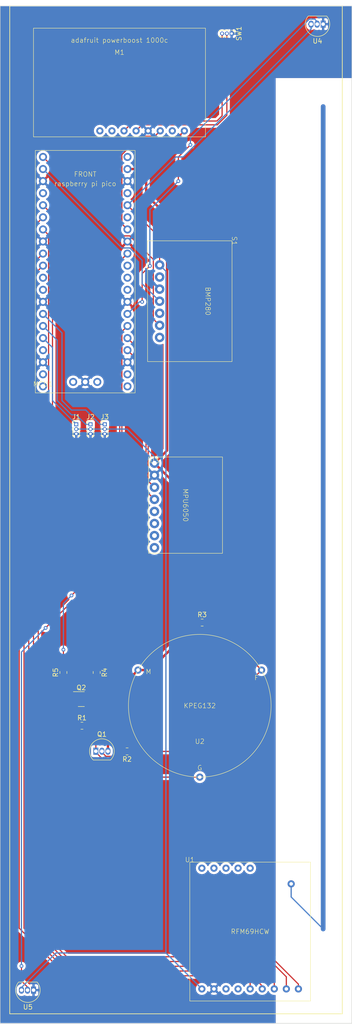
<source format=kicad_pcb>
(kicad_pcb (version 20221018) (generator pcbnew)
  (layers (0 "F.Cu" signal) (31 "B.Cu" signal) (34 "B.Paste" user) (35 "F.Paste" user) (36 "B.SilkS" user "B.Silkscreen") (37 "F.SilkS" user "F.Silkscreen") (38 "B.Mask" user) (39 "F.Mask" user) (44 "Edge.Cuts" user))
  (net 0 "")
  (net 1 "SERVO_1")
  (net 2 "+5V")
  (net 3 "GND")
  (net 4 "SERVO_2")
  (net 5 "SERVO_3")
  (net 8 "VS_PB")
  (net 9 "EN_PB")
  (net 10 "LBO_PB")
  (net 17 "MOSI")
  (net 18 "MISO")
  (net 19 "CS")
  (net 20 "SCK")
  (net 21 "RST")
  (net 23 "I2C0 SCL")
  (net 24 "I2C0 SDA")
  (net 27 "I2C1 SDA")
  (net 28 "I2C1 SCL")
  (net 29 "TMP36_2")
  (net 30 "TMP36_1")
  (net 33 "BUZZER")
  (net 35 "+3V3")
  (net 40 "Net-(Q1-E)")
  (net 41 "Net-(Q1-B)")
  (net 42 "Net-(Q2-G)")
  (net 43 "Net-(U2-F)")
  (net 54 "unconnected-(U1-FM-Pad15)")
  (net 60 "Net-(Q2-S)")
  (footprint "Resistor_SMD:R_0805_2012Metric_Pad1.20x1.40mm_HandSolder" (layer "F.Cu") (at 132.3625 187.825 90)
    (fp_text reference "R5" (at 0 -1.65 90) (layer "F.SilkS"))
    (fp_text value "1K")
    (fp_line (start -0.227064 -0.735) (end 0.227064 -0.735) (stroke (width 0.12)) (layer "F.SilkS"))
    (fp_line (start -0.227064 0.735) (end 0.227064 0.735) (stroke (width 0.12)) (layer "F.SilkS"))
    (pad "1" smd roundrect (at -1 0 90) (size 1.2 1.4) (layers "F.Cu" "F.Paste" "F.Mask") (roundrect_rratio 0.208333) (net 42 "Net-(Q2-G)"))
    (pad "2" smd roundrect (at 1 0 90) (size 1.2 1.4) (layers "F.Cu" "F.Paste" "F.Mask") (roundrect_rratio 0.208333) (net 33 "BUZZER"))
  )
  (footprint "Package_TO_SOT_THT:TO-92L_Inline" (layer "F.Cu") (at 126.0725 254.645 180)
    (fp_text reference "U5" (at 1.19 -3.56) (layer "F.SilkS"))
    (fp_text value "~")
    (fp_line (start -0.75 1.7) (end 3.1 1.7) (stroke (width 0.12)) (layer "F.SilkS"))
    (fp_arc (start -0.75 1.7) (mid 1.183448 -2.579449) (end 3.138611 1.690122) (stroke (width 0.12)) (layer "F.SilkS"))
    (pad "1" thru_hole rect (at 0 0 180) (size 1.05 1.5) (drill 0.75) (layers "*.Cu" "*.Mask") (net 3 "GND"))
    (pad "2" thru_hole oval (at 1.27 0 180) (size 1.05 1.5) (drill 0.75) (layers "*.Cu" "*.Mask") (net 29 "TMP36_2"))
    (pad "3" thru_hole oval (at 2.54 0 180) (size 1.05 1.5) (drill 0.75) (layers "*.Cu" "*.Mask") (net 35 "+3V3"))
  )
  (footprint "Resistor_SMD:R_0805_2012Metric_Pad1.20x1.40mm_HandSolder" (layer "F.Cu") (at 145.7625 204.425 180)
    (fp_text reference "R2" (at 0 -1.65) (layer "F.SilkS"))
    (fp_text value "22K")
    (fp_line (start -0.227064 -0.735) (end 0.227064 -0.735) (stroke (width 0.12)) (layer "F.SilkS"))
    (fp_line (start -0.227064 0.735) (end 0.227064 0.735) (stroke (width 0.12)) (layer "F.SilkS"))
    (pad "1" smd roundrect (at -1 0 180) (size 1.2 1.4) (layers "F.Cu" "F.Paste" "F.Mask") (roundrect_rratio 0.208333) (net 43 "Net-(U2-F)"))
    (pad "2" smd roundrect (at 1 0 180) (size 1.2 1.4) (layers "F.Cu" "F.Paste" "F.Mask") (roundrect_rratio 0.208333) (net 41 "Net-(Q1-B)"))
  )
  (footprint "Connector_PinHeader_1.00mm:PinHeader_1x03_P1.00mm_Vertical" (layer "F.Cu") (at 167.7625 53.425 -90)
    (fp_text reference "SW1" (at 0 -1.56 90) (layer "F.SilkS"))
    (fp_text value "SW_DPDT_x2" hide)
    (fp_line (start -0.695 -0.685) (end 0 -0.685) (stroke (width 0.12)) (layer "F.SilkS"))
    (fp_line (start -0.695 0) (end -0.695 -0.685) (stroke (width 0.12)) (layer "F.SilkS"))
    (fp_line (start -0.695 0.685) (end -0.695 2.56) (stroke (width 0.12)) (layer "F.SilkS"))
    (fp_line (start -0.695 0.685) (end -0.608276 0.685) (stroke (width 0.12)) (layer "F.SilkS"))
    (fp_line (start -0.695 2.56) (end -0.394493 2.56) (stroke (width 0.12)) (layer "F.SilkS"))
    (fp_line (start 0.394493 2.56) (end 0.695 2.56) (stroke (width 0.12)) (layer "F.SilkS"))
    (fp_line (start 0.608276 0.685) (end 0.695 0.685) (stroke (width 0.12)) (layer "F.SilkS"))
    (fp_line (start 0.695 0.685) (end 0.695 2.56) (stroke (width 0.12)) (layer "F.SilkS"))
    (pad "1" thru_hole rect (at 0 0 270) (size 0.85 0.85) (drill 0.5) (layers "*.Cu" "*.Mask") (net 3 "GND"))
    (pad "2" thru_hole oval (at 0 1 270) (size 0.85 0.85) (drill 0.5) (layers "*.Cu" "*.Mask") (net 9 "EN_PB"))
    (pad "3" thru_hole oval (at 0 2 270) (size 0.85 0.85) (drill 0.5) (layers "*.Cu" "*.Mask") (net 8 "VS_PB"))
  )
  (footprint "Resistor_SMD:R_0805_2012Metric_Pad1.20x1.40mm_HandSolder" (layer "F.Cu") (at 161.5625 177.325)
    (fp_text reference "R3" (at 0 -1.65) (layer "F.SilkS"))
    (fp_text value "100K")
    (fp_line (start -0.227064 -0.735) (end 0.227064 -0.735) (stroke (width 0.12)) (layer "F.SilkS"))
    (fp_line (start -0.227064 0.735) (end 0.227064 0.735) (stroke (width 0.12)) (layer "F.SilkS"))
    (pad "1" smd roundrect (at -1 0) (size 1.2 1.4) (layers "F.Cu" "F.Paste" "F.Mask") (roundrect_rratio 0.208333) (net 2 "+5V"))
    (pad "2" smd roundrect (at 1 0) (size 1.2 1.4) (layers "F.Cu" "F.Paste" "F.Mask") (roundrect_rratio 0.208333) (net 43 "Net-(U2-F)"))
  )
  (footprint "CanSat:MPU6050" (layer "F.Cu") (at 151.523365 143.79315)
    (fp_text reference "U3" (at 0 -0.5 unlocked) (layer "F.SilkS") (effects (font (thickness 0.1))))
    (fp_text value "MPU6050")
    (fp_text user "MPU6050" (at 6.539135 8.83185 -90 unlocked) (layer "F.SilkS") (effects (font (thickness 0.1))))
    (fp_rect (start -1.240925 -1.299075) (end 14.319195 18.962775) (stroke (width 0.1)) (fill none) (layer "F.SilkS"))
    (pad "1" thru_hole circle (at 0 0) (size 2 2) (drill 1) (layers "*.Cu" "*.Mask") (net 2 "+5V"))
    (pad "2" thru_hole circle (at 0 2.54) (size 2 2) (drill 1) (layers "*.Cu" "*.Mask") (net 3 "GND"))
    (pad "3" thru_hole circle (at 0 5.08) (size 2 2) (drill 1) (layers "*.Cu" "*.Mask") (net 28 "I2C1 SCL"))
    (pad "4" thru_hole circle (at 0 7.62) (size 2 2) (drill 1) (layers "*.Cu" "*.Mask") (net 27 "I2C1 SDA"))
    (pad "5" thru_hole circle (at 0 10.16) (size 2 2) (drill 1) (layers "*.Cu" "*.Mask"))
    (pad "6" thru_hole circle (at 0 12.7) (size 2 2) (drill 1) (layers "*.Cu" "*.Mask"))
    (pad "7" thru_hole circle (at 0 15.24) (size 2 2) (drill 1) (layers "*.Cu" "*.Mask"))
    (pad "8" thru_hole circle (at 0 17.78) (size 2 2) (drill 1) (layers "*.Cu" "*.Mask"))
  )
  (footprint "CanSat:PowerBoost" (layer "F.Cu") (at 126.0625 52.295)
    (fp_text reference "M1" (at 18.1 5.08 unlocked) (layer "F.SilkS") (effects (font (thickness 0.1))))
    (fp_text value "~")
    (fp_text user "adafruit powerboost 1000c" (at 18.1 2.54 unlocked) (layer "F.SilkS") (effects (font (thickness 0.1))))
    (fp_rect (start 0 0) (end 36.2 22.86) (stroke (width 0.1)) (fill none) (layer "F.SilkS"))
    (pad "1" thru_hole circle (at 13.973 21.593) (size 1.524 1.524) (drill 0.762) (layers "*.Cu" "*.Mask"))
    (pad "2" thru_hole circle (at 16.513 21.593) (size 1.524 1.524) (drill 0.762) (layers "*.Cu" "*.Mask"))
    (pad "3" thru_hole circle (at 19.053 21.593) (size 1.524 1.524) (drill 0.762) (layers "*.Cu" "*.Mask") (net 8 "VS_PB"))
    (pad "4" thru_hole circle (at 21.593 21.593) (size 1.524 1.524) (drill 0.762) (layers "*.Cu" "*.Mask") (net 9 "EN_PB"))
    (pad "5" thru_hole circle (at 24.133 21.593) (size 1.524 1.524) (drill 0.762) (layers "*.Cu" "*.Mask") (net 3 "GND"))
    (pad "6" thru_hole circle (at 26.673 21.593) (size 1.524 1.524) (drill 0.762) (layers "*.Cu" "*.Mask") (net 10 "LBO_PB"))
    (pad "7" thru_hole circle (at 29.213 21.593) (size 1.524 1.524) (drill 0.762) (layers "*.Cu" "*.Mask"))
    (pad "8" thru_hole circle (at 31.753 21.593) (size 1.524 1.524) (drill 0.762) (layers "*.Cu" "*.Mask") (net 2 "+5V"))
  )
  (footprint "CanSat:KPEG132" (layer "F.Cu") (at 161.0625 194.825)
    (fp_text reference "U2" (at 0 7.505533 unlocked) (layer "F.SilkS") (effects (font (thickness 0.1))))
    (fp_text value "~")
    (fp_text user "F" (at 11.43 -5.308904 unlocked) (layer "F.SilkS") (effects (font (thickness 0.1)) (justify left bottom)))
    (fp_text user "KPEG132" (at 0 0 unlocked) (layer "F.SilkS") (effects (font (thickness 0.1))))
    (fp_text user "G" (at 0 12.471096 unlocked) (layer "F.SilkS") (effects (font (thickness 0.1)) (justify top)))
    (fp_text user "M" (at -11.43 -6.578904 unlocked) (layer "F.SilkS") (effects (font (thickness 0.1)) (justify left bottom)))
    (fp_circle (center 0 0) (end 13 -7.505533) (stroke (width 0.1)) (fill none) (layer "F.SilkS"))
    (pad "1" thru_hole circle (at 13 -7.505533 180) (size 1.524 1.524) (drill 0.762) (layers "*.Cu" "*.Mask") (net 43 "Net-(U2-F)"))
    (pad "2" thru_hole circle (at -13 -7.505533 180) (size 1.524 1.524) (drill 0.762) (layers "*.Cu" "*.Mask") (net 2 "+5V"))
    (pad "3" thru_hole circle (at 0 15.011067 180) (size 1.524 1.524) (drill 0.762) (layers "*.Cu" "*.Mask") (net 40 "Net-(Q1-E)"))
  )
  (footprint "CanSat:raspberry pi pico" (layer "F.Cu") (at 128.0625 127.645)
    (fp_text reference "MCU1" (at 0 -0.5 unlocked) (layer "F.SilkS") (effects (font (thickness 0.1))))
    (fp_text value "~")
    (fp_text user "FRONT" (at 8.89 -44.63 unlocked) (layer "F.SilkS") (effects (font (thickness 0.1))))
    (fp_text user "raspberry pi pico" (at 8.89 -42.63 unlocked) (layer "F.SilkS") (effects (font (thickness 0.1))))
    (fp_line (start -1.61 -49.63) (end 19.39 -49.63) (stroke (width 0.1)) (layer "F.SilkS"))
    (fp_line (start -1.61 1.37) (end -1.61 -49.63) (stroke (width 0.1)) (layer "F.SilkS"))
    (fp_line (start 19.39 -49.63) (end 19.39 1.37) (stroke (width 0.1)) (layer "F.SilkS"))
    (fp_line (start 19.39 1.37) (end -1.61 1.37) (stroke (width 0.1)) (layer "F.SilkS"))
    (pad "1" thru_hole circle (at 0 0) (size 1.7 1.7) (drill 1) (layers "*.Cu" "*.Mask"))
    (pad "2" thru_hole circle (at 0 -2.54) (size 1.7 1.7) (drill 1) (layers "*.Cu" "*.Mask"))
    (pad "3" thru_hole circle (at 0 -5.08) (size 1.7 1.7) (drill 1) (layers "*.Cu" "*.Mask") (net 3 "GND"))
    (pad "4" thru_hole circle (at 0 -7.62) (size 1.7 1.7) (drill 1) (layers "*.Cu" "*.Mask"))
    (pad "5" thru_hole circle (at 0 -10.16) (size 1.7 1.7) (drill 1) (layers "*.Cu" "*.Mask") (net 1 "SERVO_1"))
    (pad "6" thru_hole circle (at 0 -12.7) (size 1.7 1.7) (drill 1) (layers "*.Cu" "*.Mask") (net 4 "SERVO_2"))
    (pad "7" thru_hole circle (at 0 -15.24) (size 1.7 1.7) (drill 1) (layers "*.Cu" "*.Mask") (net 5 "SERVO_3"))
    (pad "8" thru_hole circle (at 0 -17.78) (size 1.7 1.7) (drill 1) (layers "*.Cu" "*.Mask") (net 3 "GND"))
    (pad "9" thru_hole circle (at 0 -20.32) (size 1.7 1.7) (drill 1) (layers "*.Cu" "*.Mask"))
    (pad "10" thru_hole circle (at 0 -22.86) (size 1.7 1.7) (drill 1) (layers "*.Cu" "*.Mask"))
    (pad "11" thru_hole circle (at 0 -25.4) (size 1.7 1.7) (drill 1) (layers "*.Cu" "*.Mask") (net 17 "MOSI"))
    (pad "12" thru_hole circle (at 0 -27.94) (size 1.7 1.7) (drill 1) (layers "*.Cu" "*.Mask") (net 18 "MISO"))
    (pad "13" thru_hole circle (at 0 -30.48) (size 1.7 1.7) (drill 1) (layers "*.Cu" "*.Mask") (net 3 "GND"))
    (pad "14" thru_hole circle (at 0 -33.02) (size 1.7 1.7) (drill 1) (layers "*.Cu" "*.Mask") (net 19 "CS"))
    (pad "15" thru_hole circle (at 0 -35.56) (size 1.7 1.7) (drill 1) (layers "*.Cu" "*.Mask") (net 20 "SCK"))
    (pad "16" thru_hole circle (at 0 -38.1) (size 1.7 1.7) (drill 1) (layers "*.Cu" "*.Mask") (net 21 "RST"))
    (pad "17" thru_hole circle (at 0 -40.64) (size 1.7 1.7) (drill 1) (layers "*.Cu" "*.Mask"))
    (pad "18" thru_hole circle (at 0 -43.18) (size 1.7 1.7) (drill 1) (layers "*.Cu" "*.Mask") (net 3 "GND"))
    (pad "19" thru_hole circle (at 0 -45.72) (size 1.7 1.7) (drill 1) (layers "*.Cu" "*.Mask") (net 23 "I2C0 SCL"))
    (pad "20" thru_hole circle (at 0 -48.26) (size 1.7 1.7) (drill 1) (layers "*.Cu" "*.Mask") (net 24 "I2C0 SDA"))
    (pad "21" thru_hole circle (at 17.78 0) (size 1.7 1.7) (drill 1) (layers "*.Cu" "*.Mask"))
    (pad "22" thru_hole circle (at 17.78 -2.54) (size 1.7 1.7) (drill 1) (layers "*.Cu" "*.Mask"))
    (pad "23" thru_hole circle (at 17.78 -5.08) (size 1.7 1.7) (drill 1) (layers "*.Cu" "*.Mask") (net 3 "GND"))
    (pad "24" thru_hole circle (at 17.78 -7.62) (size 1.7 1.7) (drill 1) (layers "*.Cu" "*.Mask") (net 27 "I2C1 SDA"))
    (pad "25" thru_hole circle (at 17.78 -10.16) (size 1.7 1.7) (drill 1) (layers "*.Cu" "*.Mask") (net 28 "I2C1 SCL"))
    (pad "26" thru_hole circle (at 17.78 -12.7) (size 1.7 1.7) (drill 1) (layers "*.Cu" "*.Mask") (net 29 "TMP36_2"))
    (pad "27" thru_hole circle (at 17.78 -15.24) (size 1.7 1.7) (drill 1) (layers "*.Cu" "*.Mask") (net 30 "TMP36_1"))
    (pad "28" thru_hole circle (at 17.78 -17.78) (size 1.7 1.7) (drill 1) (layers "*.Cu" "*.Mask") (net 3 "GND"))
    (pad "29" thru_hole circle (at 17.78 -20.32) (size 1.7 1.7) (drill 1) (layers "*.Cu" "*.Mask"))
    (pad "30" thru_hole circle (at 17.78 -22.86) (size 1.7 1.7) (drill 1) (layers "*.Cu" "*.Mask"))
    (pad "31" thru_hole circle (at 17.78 -25.4) (size 1.7 1.7) (drill 1) (layers "*.Cu" "*.Mask"))
    (pad "32" thru_hole circle (at 17.78 -27.94) (size 1.7 1.7) (drill 1) (layers "*.Cu" "*.Mask") (net 33 "BUZZER"))
    (pad "33" thru_hole circle (at 17.78 -30.48) (size 1.7 1.7) (drill 1) (layers "*.Cu" "*.Mask") (net 3 "GND"))
    (pad "34" thru_hole circle (at 17.78 -33.02) (size 1.7 1.7) (drill 1) (layers "*.Cu" "*.Mask") (net 10 "LBO_PB"))
    (pad "35" thru_hole circle (at 17.78 -35.56) (size 1.7 1.7) (drill 1) (layers "*.Cu" "*.Mask"))
    (pad "36" thru_hole circle (at 17.78 -38.1) (size 1.7 1.7) (drill 1) (layers "*.Cu" "*.Mask") (net 35 "+3V3"))
    (pad "37" thru_hole circle (at 17.78 -40.64) (size 1.7 1.7) (drill 1) (layers "*.Cu" "*.Mask"))
    (pad "38" thru_hole circle (at 17.78 -43.18) (size 1.7 1.7) (drill 1) (layers "*.Cu" "*.Mask") (net 3 "GND"))
    (pad "39" thru_hole circle (at 17.78 -45.72) (size 1.7 1.7) (drill 1) (layers "*.Cu" "*.Mask") (net 2 "+5V"))
    (pad "40" thru_hole circle (at 17.78 -48.26) (size 1.7 1.7) (drill 1) (layers "*.Cu" "*.Mask"))
    (pad "41" thru_hole circle (at 6.35 -0.94) (size 1.7 1.7) (drill 1) (layers "*.Cu" "*.Mask"))
    (pad "42" thru_hole circle (at 8.89 -0.94) (size 1.7 1.7) (drill 1) (layers "*.Cu" "*.Mask") (net 3 "GND"))
    (pad "43" thru_hole circle (at 11.43 -0.94) (size 1.7 1.7) (drill 1) (layers "*.Cu" "*.Mask"))
  )
  (footprint "Resistor_SMD:R_0805_2012Metric_Pad1.20x1.40mm_HandSolder" (layer "F.Cu") (at 139.3625 187.825 -90)
    (fp_text reference "R4" (at 0 -1.65 90) (layer "F.SilkS"))
    (fp_text value "100K")
    (fp_line (start -0.227064 -0.735) (end 0.227064 -0.735) (stroke (width 0.12)) (layer "F.SilkS"))
    (fp_line (start -0.227064 0.735) (end 0.227064 0.735) (stroke (width 0.12)) (layer "F.SilkS"))
    (pad "1" smd roundrect (at -1 0 270) (size 1.2 1.4) (layers "F.Cu" "F.Paste" "F.Mask") (roundrect_rratio 0.208333) (net 3 "GND"))
    (pad "2" smd roundrect (at 1 0 270) (size 1.2 1.4) (layers "F.Cu" "F.Paste" "F.Mask") (roundrect_rratio 0.208333) (net 42 "Net-(Q2-G)"))
  )
  (footprint "Connector_PinHeader_1.00mm:PinHeader_1x03_P1.00mm_Vertical" (layer "F.Cu") (at 135.0625 135.625)
    (fp_text reference "J1" (at 0 -1.56) (layer "F.SilkS"))
    (fp_text value "Conn_01x03_Pin" hide)
    (fp_line (start -0.695 -0.685) (end 0 -0.685) (stroke (width 0.12)) (layer "F.SilkS"))
    (fp_line (start -0.695 0) (end -0.695 -0.685) (stroke (width 0.12)) (layer "F.SilkS"))
    (fp_line (start -0.695 0.685) (end -0.695 2.56) (stroke (width 0.12)) (layer "F.SilkS"))
    (fp_line (start -0.695 0.685) (end -0.608276 0.685) (stroke (width 0.12)) (layer "F.SilkS"))
    (fp_line (start -0.695 2.56) (end -0.394493 2.56) (stroke (width 0.12)) (layer "F.SilkS"))
    (fp_line (start 0.394493 2.56) (end 0.695 2.56) (stroke (width 0.12)) (layer "F.SilkS"))
    (fp_line (start 0.608276 0.685) (end 0.695 0.685) (stroke (width 0.12)) (layer "F.SilkS"))
    (fp_line (start 0.695 0.685) (end 0.695 2.56) (stroke (width 0.12)) (layer "F.SilkS"))
    (pad "1" thru_hole rect (at 0 0) (size 0.85 0.85) (drill 0.5) (layers "*.Cu" "*.Mask") (net 1 "SERVO_1"))
    (pad "2" thru_hole oval (at 0 1) (size 0.85 0.85) (drill 0.5) (layers "*.Cu" "*.Mask") (net 2 "+5V"))
    (pad "3" thru_hole oval (at 0 2) (size 0.85 0.85) (drill 0.5) (layers "*.Cu" "*.Mask") (net 3 "GND"))
  )
  (footprint "CanSat:BMP280" (layer "F.Cu") (at 167.8525 97.025 -90)
    (fp_text reference "S1" (at 0 -0.5 -90 unlocked) (layer "F.SilkS") (effects (font (thickness 0.1))))
    (fp_text value "~")
    (fp_text user "BMP280" (at 12.7 5.08 -90 unlocked) (layer "F.SilkS") (effects (font (thickness 0.1))))
    (fp_rect (start 0 0) (end 25.4 17.78) (stroke (width 0.1)) (fill none) (layer "F.SilkS"))
    (pad "1" thru_hole circle (at 5.08 15.24 270) (size 2 2) (drill 1) (layers "*.Cu" "*.Mask") (net 35 "+3V3"))
    (pad "2" thru_hole circle (at 7.62 15.24 270) (size 2 2) (drill 1) (layers "*.Cu" "*.Mask"))
    (pad "3" thru_hole circle (at 10.16 15.24 270) (size 2 2) (drill 1) (layers "*.Cu" "*.Mask") (net 3 "GND"))
    (pad "4" thru_hole circle (at 12.7 15.24 270) (size 2 2) (drill 1) (layers "*.Cu" "*.Mask") (net 23 "I2C0 SCL"))
    (pad "5" thru_hole circle (at 15.24 15.24 270) (size 2 2) (drill 1) (layers "*.Cu" "*.Mask"))
    (pad "6" thru_hole circle (at 17.78 15.24 270) (size 2 2) (drill 1) (layers "*.Cu" "*.Mask") (net 24 "I2C0 SDA"))
    (pad "7" thru_hole circle (at 20.32 15.24 270) (size 2 2) (drill 1) (layers "*.Cu" "*.Mask"))
  )
  (footprint "Connector_PinHeader_1.00mm:PinHeader_1x03_P1.00mm_Vertical" (layer "F.Cu") (at 141.0625 135.625)
    (fp_text reference "J3" (at 0 -1.56) (layer "F.SilkS"))
    (fp_text value "Conn_01x03_Pin" hide)
    (fp_line (start -0.695 -0.685) (end 0 -0.685) (stroke (width 0.12)) (layer "F.SilkS"))
    (fp_line (start -0.695 0) (end -0.695 -0.685) (stroke (width 0.12)) (layer "F.SilkS"))
    (fp_line (start -0.695 0.685) (end -0.695 2.56) (stroke (width 0.12)) (layer "F.SilkS"))
    (fp_line (start -0.695 0.685) (end -0.608276 0.685) (stroke (width 0.12)) (layer "F.SilkS"))
    (fp_line (start -0.695 2.56) (end -0.394493 2.56) (stroke (width 0.12)) (layer "F.SilkS"))
    (fp_line (start 0.394493 2.56) (end 0.695 2.56) (stroke (width 0.12)) (layer "F.SilkS"))
    (fp_line (start 0.608276 0.685) (end 0.695 0.685) (stroke (width 0.12)) (layer "F.SilkS"))
    (fp_line (start 0.695 0.685) (end 0.695 2.56) (stroke (width 0.12)) (layer "F.SilkS"))
    (pad "1" thru_hole rect (at 0 0) (size 0.85 0.85) (drill 0.5) (layers "*.Cu" "*.Mask") (net 5 "SERVO_3"))
    (pad "2" thru_hole oval (at 0 1) (size 0.85 0.85) (drill 0.5) (layers "*.Cu" "*.Mask") (net 2 "+5V"))
    (pad "3" thru_hole oval (at 0 2) (size 0.85 0.85) (drill 0.5) (layers "*.Cu" "*.Mask") (net 3 "GND"))
  )
  (footprint "Package_TO_SOT_SMD:SOT-23" (layer "F.Cu") (at 136.125 193.425)
    (fp_text reference "Q2" (at 0 -2.4) (layer "F.SilkS"))
    (fp_text value "AO3400A")
    (fp_line (start 0 -1.56) (end -1.675 -1.56) (stroke (width 0.12)) (layer "F.SilkS"))
    (fp_line (start 0 -1.56) (end 0.65 -1.56) (stroke (width 0.12)) (layer "F.SilkS"))
    (fp_line (start 0 1.56) (end -0.65 1.56) (stroke (width 0.12)) (layer "F.SilkS"))
    (fp_line (start 0 1.56) (end 0.65 1.56) (stroke (width 0.12)) (layer "F.SilkS"))
    (pad "1" smd roundrect (at -0.9375 -0.95) (size 1.475 0.6) (layers "F.Cu" "F.Paste" "F.Mask") (net 42 "Net-(Q2-G)"))
    (pad "2" smd roundrect (at -0.9375 0.95) (size 1.475 0.6) (layers "F.Cu" "F.Paste" "F.Mask") (net 60 "Net-(Q2-S)"))
    (pad "3" smd roundrect (at 0.9375 0) (size 1.475 0.6) (layers "F.Cu" "F.Paste" "F.Mask") (net 3 "GND"))
  )
  (footprint "CanSat:RFM69HCW" (layer "F.Cu") (at 158.9625 227.72)
    (fp_text reference "U1" (at 0 -0.5 unlocked) (layer "F.SilkS") (effects (font (thickness 0.1))))
    (fp_text value "~")
    (fp_text user "RFM69HCW" (at 12.7 14.605 unlocked) (layer "F.SilkS") (effects (font (thickness 0.1))))
    (fp_rect (start 0 0) (end 25.4 29.21) (stroke (width 0.1)) (fill none) (layer "F.SilkS"))
    (pad "1" thru_hole circle (at 2.54 26.67) (size 1.524 1.524) (drill 0.762) (layers "*.Cu" "*.Mask") (net 35 "+3V3"))
    (pad "2" thru_hole circle (at 5.08 26.67) (size 1.524 1.524) (drill 0.762) (layers "*.Cu" "*.Mask") (net 3 "GND"))
    (pad "3" thru_hole circle (at 7.62 26.67) (size 1.524 1.524) (drill 0.762) (layers "*.Cu" "*.Mask"))
    (pad "4" thru_hole circle (at 10.16 26.67) (size 1.524 1.524) (drill 0.762) (layers "*.Cu" "*.Mask"))
    (pad "5" thru_hole circle (at 12.7 26.67) (size 1.524 1.524) (drill 0.762) (layers "*.Cu" "*.Mask") (net 20 "SCK"))
    (pad "6" thru_hole circle (at 15.24 26.67) (size 1.524 1.524) (drill 0.762) (layers "*.Cu" "*.Mask") (net 18 "MISO"))
    (pad "7" thru_hole circle (at 17.78 26.67) (size 1.524 1.524) (drill 0.762) (layers "*.Cu" "*.Mask") (net 17 "MOSI"))
    (pad "8" thru_hole circle (at 20.32 26.67) (size 1.524 1.524) (drill 0.762) (layers "*.Cu" "*.Mask") (net 19 "CS"))
    (pad "9" thru_hole circle (at 22.86 26.67) (size 1.524 1.524) (drill 0.762) (layers "*.Cu" "*.Mask") (net 21 "RST"))
    (pad "10" thru_hole circle (at 2.54 1.27) (size 1.524 1.524) (drill 0.762) (layers "*.Cu" "*.Mask"))
    (pad "11" thru_hole circle (at 5.08 1.27) (size 1.524 1.524) (drill 0.762) (layers "*.Cu" "*.Mask"))
    (pad "12" thru_hole circle (at 7.62 1.27) (size 1.524 1.524) (drill 0.762) (layers "*.Cu" "*.Mask"))
    (pad "13" thru_hole circle (at 10.16 1.27) (size 1.524 1.524) (drill 0.762) (layers "*.Cu" "*.Mask"))
    (pad "14" thru_hole circle (at 12.7 1.27) (size 1.524 1.524) (drill 0.762) (layers "*.Cu" "*.Mask"))
    (pad "15" thru_hole circle (at 21.336 4.572) (size 1.524 1.524) (drill 0.762) (layers "*.Cu" "*.Mask") (net 54 "unconnected-(U1-FM-Pad15)"))
  )
  (footprint "Connector_PinHeader_1.00mm:PinHeader_1x03_P1.00mm_Vertical" (layer "F.Cu") (at 138.0625 135.625)
    (fp_text reference "J2" (at 0 -1.56) (layer "F.SilkS"))
    (fp_text value "Conn_01x03_Pin" hide)
    (fp_line (start -0.695 -0.685) (end 0 -0.685) (stroke (width 0.12)) (layer "F.SilkS"))
    (fp_line (start -0.695 0) (end -0.695 -0.685) (stroke (width 0.12)) (layer "F.SilkS"))
    (fp_line (start -0.695 0.685) (end -0.695 2.56) (stroke (width 0.12)) (layer "F.SilkS"))
    (fp_line (start -0.695 0.685) (end -0.608276 0.685) (stroke (width 0.12)) (layer "F.SilkS"))
    (fp_line (start -0.695 2.56) (end -0.394493 2.56) (stroke (width 0.12)) (layer "F.SilkS"))
    (fp_line (start 0.394493 2.56) (end 0.695 2.56) (stroke (width 0.12)) (layer "F.SilkS"))
    (fp_line (start 0.608276 0.685) (end 0.695 0.685) (stroke (width 0.12)) (layer "F.SilkS"))
    (fp_line (start 0.695 0.685) (end 0.695 2.56) (stroke (width 0.12)) (layer "F.SilkS"))
    (pad "1" thru_hole rect (at 0 0) (size 0.85 0.85) (drill 0.5) (layers "*.Cu" "*.Mask") (net 4 "SERVO_2"))
    (pad "2" thru_hole oval (at 0 1) (size 0.85 0.85) (drill 0.5) (layers "*.Cu" "*.Mask") (net 2 "+5V"))
    (pad "3" thru_hole oval (at 0 2) (size 0.85 0.85) (drill 0.5) (layers "*.Cu" "*.Mask") (net 3 "GND"))
  )
  (footprint "Resistor_SMD:R_0805_2012Metric_Pad1.20x1.40mm_HandSolder" (layer "F.Cu") (at 136.2625 199.025)
    (fp_text reference "R1" (at 0 -1.65) (layer "F.SilkS"))
    (fp_text value "1K")
    (fp_line (start -0.227064 -0.735) (end 0.227064 -0.735) (stroke (width 0.12)) (layer "F.SilkS"))
    (fp_line (start -0.227064 0.735) (end 0.227064 0.735) (stroke (width 0.12)) (layer "F.SilkS"))
    (pad "1" smd roundrect (at -1 0) (size 1.2 1.4) (layers "F.Cu" "F.Paste" "F.Mask") (roundrect_rratio 0.208333) (net 60 "Net-(Q2-S)"))
    (pad "2" smd roundrect (at 1 0) (size 1.2 1.4) (layers "F.Cu" "F.Paste" "F.Mask") (roundrect_rratio 0.208333) (net 40 "Net-(Q1-E)"))
  )
  (footprint "Package_TO_SOT_THT:TO-92_Inline" (layer "F.Cu") (at 139.1925 204.385)
    (fp_text reference "Q1" (at 1.27 -3.56) (layer "F.SilkS"))
    (fp_text value "2N3904")
    (fp_line (start -0.53 1.85) (end 3.07 1.85) (stroke (width 0.12)) (layer "F.SilkS"))
    (fp_arc (start -0.568478 1.838478) (mid -1.132087 -0.994977) (end 1.27 -2.6) (stroke (width 0.12)) (layer "F.SilkS"))
    (fp_arc (start 1.27 -2.6) (mid 3.672087 -0.994977) (end 3.108478 1.838478) (stroke (width 0.12)) (layer "F.SilkS"))
    (pad "1" thru_hole rect (at 0 0) (size 1.05 1.5) (drill 0.75) (layers "*.Cu" "*.Mask") (net 40 "Net-(Q1-E)"))
    (pad "2" thru_hole oval (at 1.27 0) (size 1.05 1.5) (drill 0.75) (layers "*.Cu" "*.Mask") (net 41 "Net-(Q1-B)"))
    (pad "3" thru_hole oval (at 2.54 0) (size 1.05 1.5) (drill 0.75) (layers "*.Cu" "*.Mask") (net 2 "+5V"))
  )
  (footprint "Package_TO_SOT_THT:TO-92L_Inline" (layer "F.Cu") (at 187.0325 51.445 180)
    (fp_text reference "U4" (at 1.19 -3.56) (layer "F.SilkS"))
    (fp_text value "~" hide)
    (fp_line (start -0.75 1.7) (end 3.1 1.7) (stroke (width 0.12)) (layer "F.SilkS"))
    (fp_arc (start -0.75 1.7) (mid 1.183448 -2.579449) (end 3.138611 1.690122) (stroke (width 0.12)) (layer "F.SilkS"))
    (pad "1" thru_hole rect (at 0 0 180) (size 1.05 1.5) (drill 0.75) (layers "*.Cu" "*.Mask") (net 3 "GND"))
    (pad "2" thru_hole oval (at 1.27 0 180) (size 1.05 1.5) (drill 0.75) (layers "*.Cu" "*.Mask") (net 30 "TMP36_1"))
    (pad "3" thru_hole oval (at 2.54 0 180) (size 1.05 1.5) (drill 0.75) (layers "*.Cu" "*.Mask") (net 35 "+3V3"))
  )
  (gr_rect (start 121.0625 47.625) (end 191.0625 259.625) (stroke (width 0.15)) (fill none) (layer "F.SilkS"))
  (gr_rect (start 119.0625 47.625) (end 193.0625 261.625) (stroke (width 0.1)) (fill none) (layer "Edge.Cuts"))
  (segment (start 130.0625 119.485) (end 128.0625 117.485) (width 0.25) (layer "B.Cu") (net 1))
  (segment (start 135.0625 135.625) (end 130.0625 130.625) (width 0.25) (layer "B.Cu") (net 1))
  (segment (start 130.0625 130.625) (end 130.0625 119.485) (width 0.25) (layer "B.Cu") (net 1))
  (segment (start 156.9755 74.728) (end 150.0705 81.633) (width 0.5) (layer "F.Cu") (net 2))
  (segment (start 160.5625 177.325) (end 160.5625 152.832285) (width 0.5) (layer "F.Cu") (net 2))
  (segment (start 141.7325 193.649467) (end 148.0625 187.319467) (width 0.5) (layer "F.Cu") (net 2))
  (segment (start 150.0625 81.641) (end 150.0705 81.633) (width 0.25) (layer "F.Cu") (net 2))
  (segment (start 151.523365 143.79315) (end 154.1885 141.128015) (width 0.5) (layer "F.Cu") (net 2))
  (segment (start 154.1885 141.128015) (end 154.1885 91.751) (width 0.5) (layer "F.Cu") (net 2))
  (segment (start 160.5625 152.832285) (end 151.523365 143.79315) (width 0.5) (layer "F.Cu") (net 2))
  (segment (start 157.8155 73.888) (end 156.9755 74.728) (width 0.25) (layer "F.Cu") (net 2))
  (segment (start 148.0625 187.319467) (end 150.568033 187.319467) (width 0.5) (layer "F.Cu") (net 2))
  (segment (start 149.7785 81.925) (end 145.8425 81.925) (width 0.5) (layer "F.Cu") (net 2))
  (segment (start 149.7785 87.341) (end 154.1885 91.751) (width 0.5) (layer "F.Cu") (net 2))
  (segment (start 150.568033 187.319467) (end 160.5625 177.325) (width 0.5) (layer "F.Cu") (net 2))
  (segment (start 149.7785 81.925) (end 149.7785 87.341) (width 0.5) (layer "F.Cu") (net 2))
  (segment (start 150.0705 81.633) (end 149.7785 81.925) (width 0.25) (layer "F.Cu") (net 2))
  (segment (start 141.7325 204.385) (end 141.7325 193.649467) (width 0.5) (layer "F.Cu") (net 2))
  (segment (start 135.0625 136.625) (end 141.0625 136.625) (width 0.25) (layer "B.Cu") (net 2))
  (segment (start 145.769428 136.625) (end 151.523365 142.378937) (width 0.25) (layer "B.Cu") (net 2))
  (segment (start 141.0625 136.625) (end 145.769428 136.625) (width 0.25) (layer "B.Cu") (net 2))
  (segment (start 151.523365 143.79315) (end 151.523365 142.378937) (width 0.25) (layer "B.Cu") (net 2))
  (segment (start 134.0625 133.625) (end 135.0625 133.625) (width 0.25) (layer "B.Cu") (net 4))
  (segment (start 131.0625 130.625) (end 134.0625 133.625) (width 0.25) (layer "B.Cu") (net 4))
  (segment (start 135.0625 133.625) (end 137.0625 135.625) (width 0.25) (layer "B.Cu") (net 4))
  (segment (start 137.0625 135.625) (end 138.0625 135.625) (width 0.25) (layer "B.Cu") (net 4))
  (segment (start 131.0625 117.945) (end 131.0625 130.625) (width 0.25) (layer "B.Cu") (net 4))
  (segment (start 128.0625 114.945) (end 131.0625 117.945) (width 0.25) (layer "B.Cu") (net 4))
  (segment (start 134.0625 132.625) (end 137.0625 132.625) (width 0.25) (layer "B.Cu") (net 5))
  (segment (start 140.0625 135.625) (end 141.0625 135.625) (width 0.25) (layer "B.Cu") (net 5))
  (segment (start 132.0625 130.625) (end 134.0625 132.625) (width 0.25) (layer "B.Cu") (net 5))
  (segment (start 137.0625 132.625) (end 140.0625 135.625) (width 0.25) (layer "B.Cu") (net 5))
  (segment (start 128.0625 112.405) (end 132.0625 116.405) (width 0.25) (layer "B.Cu") (net 5))
  (segment (start 132.0625 116.405) (end 132.0625 130.625) (width 0.25) (layer "B.Cu") (net 5))
  (segment (start 165.7625 70.725) (end 164.6625 71.825) (width 0.25) (layer "F.Cu") (net 8))
  (segment (start 147.1785 71.825) (end 145.1155 73.888) (width 0.25) (layer "F.Cu") (net 8))
  (segment (start 165.7625 53.425) (end 165.7625 70.725) (width 0.25) (layer "F.Cu") (net 8))
  (segment (start 164.6625 71.825) (end 147.1785 71.825) (width 0.25) (layer "F.Cu") (net 8))
  (segment (start 148.9185 72.625) (end 147.6555 73.888) (width 0.25) (layer "F.Cu") (net 9))
  (segment (start 166.7625 53.425) (end 166.7625 70.625) (width 0.25) (layer "F.Cu") (net 9))
  (segment (start 166.7625 70.625) (end 164.7625 72.625) (width 0.25) (layer "F.Cu") (net 9))
  (segment (start 164.7625 72.625) (end 148.9185 72.625) (width 0.25) (layer "F.Cu") (net 9))
  (segment (start 145.8425 94.625) (end 144.6675 93.45) (width 0.25) (layer "F.Cu") (net 10))
  (segment (start 148.540799 75.025) (end 151.5985 75.025) (width 0.25) (layer "F.Cu") (net 10))
  (segment (start 144.6675 93.45) (end 144.6675 78.898299) (width 0.25) (layer "F.Cu") (net 10))
  (segment (start 144.6675 78.898299) (end 148.540799 75.025) (width 0.25) (layer "F.Cu") (net 10))
  (segment (start 151.5985 75.025) (end 152.7355 73.888) (width 0.25) (layer "F.Cu") (net 10))
  (segment (start 176.0625 249.625) (end 133.0625 249.625) (width 0.25) (layer "F.Cu") (net 17))
  (segment (start 176.7425 254.39) (end 176.7425 250.305) (width 0.25) (layer "F.Cu") (net 17))
  (segment (start 176.7425 250.305) (end 176.0625 249.625) (width 0.25) (layer "F.Cu") (net 17))
  (segment (start 133.0625 249.625) (end 125.0625 241.625) (width 0.25) (layer "F.Cu") (net 17))
  (segment (start 125.0625 105.245) (end 128.0625 102.245) (width 0.25) (layer "F.Cu") (net 17))
  (segment (start 125.0625 241.625) (end 125.0625 105.245) (width 0.25) (layer "F.Cu") (net 17))
  (segment (start 124.0625 103.705) (end 128.0625 99.705) (width 0.25) (layer "F.Cu") (net 18))
  (segment (start 133.0625 250.625) (end 124.0625 241.625) (width 0.25) (layer "F.Cu") (net 18))
  (segment (start 124.0625 241.625) (end 124.0625 103.705) (width 0.25) (layer "F.Cu") (net 18))
  (segment (start 174.2025 254.39) (end 174.2025 253.765) (width 0.25) (layer "F.Cu") (net 18))
  (segment (start 171.0625 250.625) (end 133.0625 250.625) (width 0.25) (layer "F.Cu") (net 18))
  (segment (start 174.2025 253.765) (end 171.0625 250.625) (width 0.25) (layer "F.Cu") (net 18))
  (segment (start 129.2375 147.510661) (end 129.2375 95.8) (width 0.25) (layer "F.Cu") (net 19))
  (segment (start 133.0625 248.625) (end 126.0625 241.625) (width 0.25) (layer "F.Cu") (net 19))
  (segment (start 179.2825 251.845) (end 176.0625 248.625) (width 0.25) (layer "F.Cu") (net 19))
  (segment (start 129.2375 95.8) (end 128.0625 94.625) (width 0.25) (layer "F.Cu") (net 19))
  (segment (start 179.2825 254.39) (end 179.2825 251.845) (width 0.25) (layer "F.Cu") (net 19))
  (segment (start 176.0625 248.625) (end 133.0625 248.625) (width 0.25) (layer "F.Cu") (net 19))
  (segment (start 126.0625 241.625) (end 126.0625 150.685661) (width 0.25) (layer "F.Cu") (net 19))
  (segment (start 126.0625 150.685661) (end 129.2375 147.510661) (width 0.25) (layer "F.Cu") (net 19))
  (segment (start 123.0625 241.625) (end 123.0625 97.085) (width 0.25) (layer "F.Cu") (net 20))
  (segment (start 171.6625 252.225) (end 171.0625 251.625) (width 0.25) (layer "F.Cu") (net 20))
  (segment (start 123.0625 97.085) (end 128.0625 92.085) (width 0.25) (layer "F.Cu") (net 20))
  (segment (start 133.0625 251.625) (end 123.0625 241.625) (width 0.25) (layer "F.Cu") (net 20))
  (segment (start 171.6625 254.39) (end 171.6625 252.225) (width 0.25) (layer "F.Cu") (net 20))
  (segment (start 171.0625 251.625) (end 133.0625 251.625) (width 0.25) (layer "F.Cu") (net 20))
  (segment (start 130.0625 91.545) (end 128.0625 89.545) (width 0.25) (layer "F.Cu") (net 21))
  (segment (start 130.0625 147.625) (end 130.0625 91.545) (width 0.25) (layer "F.Cu") (net 21))
  (segment (start 133.0625 247.625) (end 127.0625 241.625) (width 0.25) (layer "F.Cu") (net 21))
  (segment (start 176.0625 247.625) (end 133.0625 247.625) (width 0.25) (layer "F.Cu") (net 21))
  (segment (start 181.8225 254.39) (end 181.8225 253.385) (width 0.25) (layer "F.Cu") (net 21))
  (segment (start 181.8225 253.385) (end 176.0625 247.625) (width 0.25) (layer "F.Cu") (net 21))
  (segment (start 127.0625 150.625) (end 130.0625 147.625) (width 0.25) (layer "F.Cu") (net 21))
  (segment (start 127.0625 241.625) (end 127.0625 150.625) (width 0.25) (layer "F.Cu") (net 21))
  (segment (start 146.329201 98.53) (end 148.9325 101.133299) (width 0.25) (layer "B.Cu") (net 23))
  (segment (start 144.6675 98.53) (end 146.329201 98.53) (width 0.25) (layer "B.Cu") (net 23))
  (segment (start 128.0625 81.925) (end 144.6675 98.53) (width 0.25) (layer "B.Cu") (net 23))
  (segment (start 148.9325 101.133299) (end 148.9325 106.045) (width 0.25) (layer "B.Cu") (net 23))
  (segment (start 148.9325 106.045) (end 152.6125 109.725) (width 0.25) (layer "B.Cu") (net 23))
  (segment (start 146.329201 95.99) (end 151.2875 100.948299) (width 0.25) (layer "F.Cu") (net 24))
  (segment (start 128.0625 79.385) (end 144.6675 95.99) (width 0.25) (layer "F.Cu") (net 24))
  (segment (start 151.2875 113.48) (end 152.6125 114.805) (width 0.25) (layer "F.Cu") (net 24))
  (segment (start 144.6675 95.99) (end 146.329201 95.99) (width 0.25) (layer "F.Cu") (net 24))
  (segment (start 151.2875 100.948299) (end 151.2875 113.48) (width 0.25) (layer "F.Cu") (net 24))
  (segment (start 149.748365 123.930865) (end 149.748365 149.63815) (width 0.25) (layer "F.Cu") (net 27))
  (segment (start 145.8425 120.025) (end 149.748365 123.930865) (width 0.25) (layer "F.Cu") (net 27))
  (segment (start 149.748365 149.63815) (end 151.523365 151.41315) (width 0.25) (layer "F.Cu") (net 27))
  (segment (start 150.198365 121.840865) (end 150.198365 147.54815) (width 0.25) (layer "F.Cu") (net 28))
  (segment (start 150.198365 147.54815) (end 151.523365 148.87315) (width 0.25) (layer "F.Cu") (net 28))
  (segment (start 145.8425 117.485) (end 150.198365 121.840865) (width 0.25) (layer "F.Cu") (net 28))
  (segment (start 128.6125 178.445) (end 144.6675 162.39) (width 0.25) (layer "F.Cu") (net 29))
  (segment (start 123.5325 252.72) (end 123.5325 249.565) (width 0.25) (layer "F.Cu") (net 29))
  (segment (start 144.6675 162.39) (end 144.6675 116.12) (width 0.25) (layer "F.Cu") (net 29))
  (segment (start 124.8025 253.99) (end 123.5325 252.72) (width 0.25) (layer "F.Cu") (net 29))
  (segment (start 144.6675 116.12) (end 145.8425 114.945) (width 0.25) (layer "F.Cu") (net 29))
  (segment (start 124.8025 254.645) (end 124.8025 253.99) (width 0.25) (layer "F.Cu") (net 29))
  (via (at 123.5325 249.565) (size 0.8) (drill 0.4) (layers "F.Cu" "B.Cu") (net 29))
  (via (at 128.6125 178.445) (size 0.8) (drill 0.4) (layers "F.Cu" "B.Cu") (net 29))
  (segment (start 123.5325 183.525) (end 128.6125 178.445) (width 0.25) (layer "B.Cu") (net 29))
  (segment (start 123.5325 249.565) (end 123.5325 183.525) (width 0.25) (layer "B.Cu") (net 29))
  (segment (start 156.5525 79.385) (end 159.0925 76.845) (width 0.25) (layer "F.Cu") (net 30))
  (segment (start 148.9325 103.930465) (end 150.563 102.299965) (width 0.25) (layer "F.Cu") (net 30))
  (segment (start 148.9325 109.865) (end 148.9325 103.930465) (width 0.25) (layer "F.Cu") (net 30))
  (segment (start 156.5525 84.465) (end 156.5525 79.385) (width 0.25) (layer "F.Cu") (net 30))
  (via (at 156.5525 84.465) (size 0.8) (drill 0.4) (layers "F.Cu" "B.Cu") (net 30))
  (via (at 159.0925 76.845) (size 0.8) (drill 0.4) (layers "F.Cu" "B.Cu") (net 30))
  (via (at 150.563 102.299965) (size 0.8) (drill 0.4) (layers "F.Cu" "B.Cu") (net 30))
  (via (at 148.9325 109.865) (size 0.8) (drill 0.4) (layers "F.Cu" "B.Cu") (net 30))
  (segment (start 148.3825 109.865) (end 148.9325 109.865) (width 0.25) (layer "B.Cu") (net 30))
  (segment (start 185.2375 50.37) (end 185.7625 50.895) (width 0.25) (layer "B.Cu") (net 30))
  (segment (start 159.0925 75.417918) (end 184.140418 50.37) (width 0.25) (layer "B.Cu") (net 30))
  (segment (start 145.8425 112.405) (end 148.3825 109.865) (width 0.25) (layer "B.Cu") (net 30))
  (segment (start 184.140418 50.37) (end 185.2375 50.37) (width 0.25) (layer "B.Cu") (net 30))
  (segment (start 159.0925 76.845) (end 159.0925 75.417918) (width 0.25) (layer "B.Cu") (net 30))
  (segment (start 150.563 90.4545) (end 156.5525 84.465) (width 0.25) (layer "B.Cu") (net 30))
  (segment (start 185.7625 50.895) (end 185.7625 51.445) (width 0.25) (layer "B.Cu") (net 30))
  (segment (start 150.563 102.299965) (end 150.563 90.4545) (width 0.25) (layer "B.Cu") (net 30))
  (segment (start 144.2175 161.47) (end 144.2175 101.33) (width 0.25) (layer "F.Cu") (net 33))
  (segment (start 144.2175 101.33) (end 145.8425 99.705) (width 0.25) (layer "F.Cu") (net 33))
  (segment (start 134.0625 171.625) (end 144.2175 161.47) (width 0.25) (layer "F.Cu") (net 33))
  (segment (start 132.3625 186.825) (end 132.3625 183.025) (width 0.25) (layer "F.Cu") (net 33))
  (via (at 134.0625 171.625) (size 0.8) (drill 0.4) (layers "F.Cu" "B.Cu") (net 33))
  (via (at 132.3625 183.025) (size 0.8) (drill 0.4) (layers "F.Cu" "B.Cu") (net 33))
  (segment (start 132.3625 173.325) (end 134.0625 171.625) (width 0.25) (layer "B.Cu") (net 33))
  (segment (start 132.3625 183.025) (end 132.3625 173.325) (width 0.25) (layer "B.Cu") (net 33))
  (segment (start 152.6125 96.315) (end 145.8425 89.545) (width 0.25) (layer "F.Cu") (net 35))
  (segment (start 152.6125 102.105) (end 152.6125 96.315) (width 0.25) (layer "F.Cu") (net 35))
  (segment (start 184.4925 52.470305) (end 157.577805 79.385) (width 0.25) (layer "B.Cu") (net 35))
  (segment (start 152.6125 102.105) (end 153.9375 103.43) (width 0.25) (layer "B.Cu") (net 35))
  (segment (start 123.5325 254.095) (end 130.8025 246.825) (width 0.25) (layer "B.Cu") (net 35))
  (segment (start 157.577805 79.385) (end 156.0025 79.385) (width 0.25) (layer "B.Cu") (net 35))
  (segment (start 184.4925 51.445) (end 183.9425 51.445) (width 0.25) (layer "B.Cu") (net 35))
  (segment (start 123.5325 254.645) (end 123.5325 254.095) (width 0.25) (layer "B.Cu") (net 35))
  (segment (start 130.8025 246.825) (end 153.9375 246.825) (width 0.25) (layer "B.Cu") (net 35))
  (segment (start 156.0025 79.385) (end 145.8425 89.545) (width 0.25) (layer "B.Cu") (net 35))
  (segment (start 153.9375 103.43) (end 153.9375 246.825) (width 0.25) (layer "B.Cu") (net 35))
  (segment (start 184.4925 51.445) (end 184.4925 52.470305) (width 0.25) (layer "B.Cu") (net 35))
  (segment (start 153.9375 246.825) (end 161.5025 254.39) (width 0.25) (layer "B.Cu") (net 35))
  (segment (start 144.418567 209.836067) (end 161.0625 209.836067) (width 0.25) (layer "F.Cu") (net 40))
  (segment (start 139.1925 204.61) (end 144.418567 209.836067) (width 0.25) (layer "F.Cu") (net 40))
  (segment (start 139.1925 200.955) (end 137.2625 199.025) (width 0.25) (layer "F.Cu") (net 40))
  (segment (start 139.1925 204.385) (end 139.1925 200.955) (width 0.25) (layer "F.Cu") (net 40))
  (segment (start 139.1925 204.385) (end 139.1925 204.61) (width 0.25) (layer "F.Cu") (net 40))
  (segment (start 143.7275 205.46) (end 141.3125 205.46) (width 0.25) (layer "F.Cu") (net 41))
  (segment (start 141.3125 205.46) (end 140.4625 204.61) (width 0.25) (layer "F.Cu") (net 41))
  (segment (start 140.4625 204.61) (end 140.4625 204.385) (width 0.25) (layer "F.Cu") (net 41))
  (segment (start 144.7625 204.425) (end 143.7275 205.46) (width 0.25) (layer "F.Cu") (net 41))
  (segment (start 139.3625 188.825) (end 138.8375 188.825) (width 0.25) (layer "F.Cu") (net 42))
  (segment (start 135.1875 192.475) (end 132.3625 189.65) (width 0.25) (layer "F.Cu") (net 42))
  (segment (start 138.8375 188.825) (end 135.1875 192.475) (width 0.25) (layer "F.Cu") (net 42))
  (segment (start 132.3625 189.65) (end 132.3625 188.825) (width 0.25) (layer "F.Cu") (net 42))
  (segment (start 156.956967 204.425) (end 174.0625 187.319467) (width 0.25) (layer "F.Cu") (net 43))
  (segment (start 162.5625 177.325) (end 164.068033 177.325) (width 0.25) (layer "F.Cu") (net 43))
  (segment (start 164.068033 177.325) (end 174.0625 187.319467) (width 0.25) (layer "F.Cu") (net 43))
  (segment (start 146.7625 204.425) (end 156.956967 204.425) (width 0.25) (layer "F.Cu") (net 43))
  (segment (start 180.2985 232.292) (end 180.2985 235.051) (width 0.25) (layer "B.Cu") (net 54))
  (segment (start 180.2985 235.051) (end 187.0325 241.785) (width 0.25) (layer "B.Cu") (net 54))
  (segment (start 187.0325 241.785) (end 187.0325 68.785) (width 1) (layer "B.Cu") (net 54))
  (segment (start 135.2625 194.45) (end 135.1875 194.375) (width 0.25) (layer "F.Cu") (net 60))
  (segment (start 135.2625 199.025) (end 135.2625 194.45) (width 0.25) (layer "F.Cu") (net 60))
  (zone (net 3) (net_name "GND") (layers "F&B.Cu") (name "ground plane") (connect_pads (clearance 0.5)) (min_thickness 0.25) (fill yes (thermal_gap 0.5) (thermal_bridge_width 0.5))
    (polygon (pts (xy 193.0625 47.625) (xy 119.0625 47.625) (xy 119.0625 261.625) (xy 119.2225 261.785) (xy 193.0325 261.785) (xy 193.0625 261.755)))
  )
  (zone locked (net 0) (net_name "") (layers "F&B.Cu") (name "antenna") (connect_pads (clearance 0)) (min_thickness 0.25)
    (keepout (tracks allowed) (vias not_allowed) (pads not_allowed) (copperpour not_allowed) (footprints not_allowed))
    (fill (thermal_gap 0.5) (thermal_bridge_width 0.5))
    (polygon (pts (xy 191.0325 62.785) (xy 177.0325 62.785) (xy 177.0325 261.785) (xy 193.0325 261.785) (xy 193.0325 62.785) (xy 191.0325 62.785)))
  )
)
</source>
